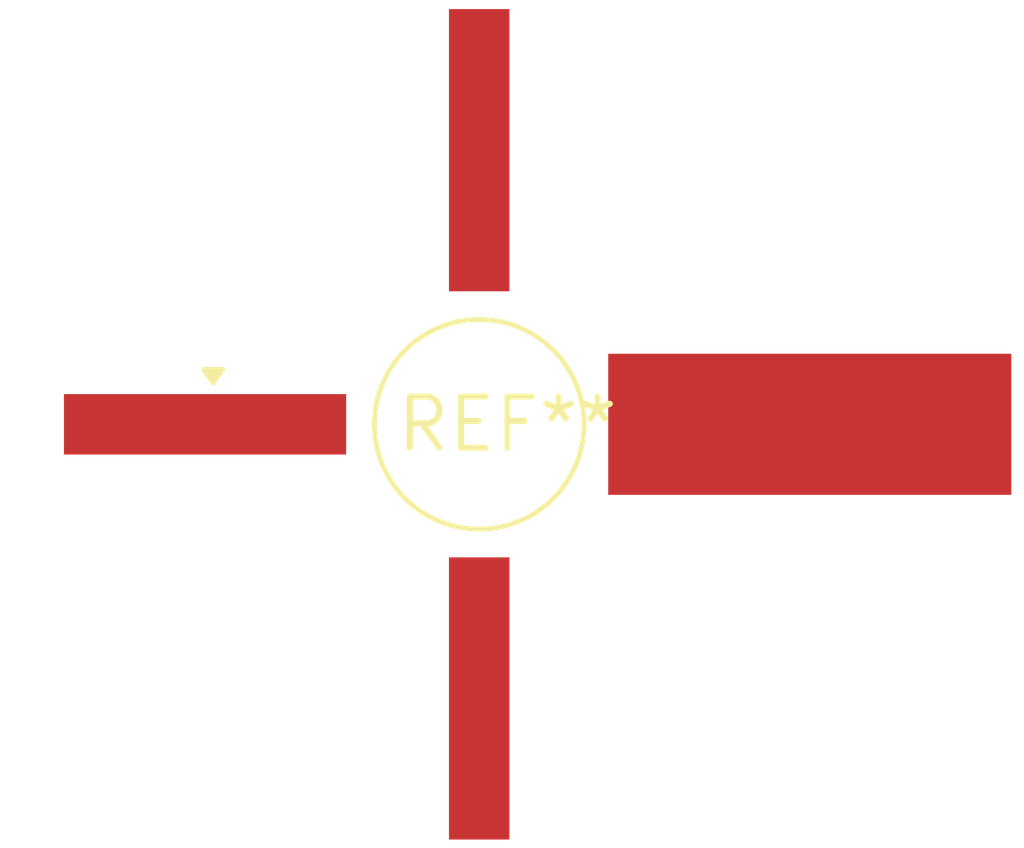
<source format=kicad_pcb>
(kicad_pcb (version 20240108) (generator pcbnew)
  (layers (0 "F.Cu" signal) (31 "B.Cu" signal) (34 "B.Paste" user) (35 "F.Paste" user) (36 "B.SilkS" user "B.Silkscreen") (37 "F.SilkS" user "F.Silkscreen") (38 "B.Mask" user) (39 "F.Mask" user) (44 "Edge.Cuts" user))
  (net 0 "")
  (footprint "PowerMacro_M234_NoHole" (layer "F.Cu") (at 0 0)
    (property "Reference" "REF**")
    (property "Value" "PowerMacro_M234_NoHole")
    (fp_circle (center -0.7 0) (end -0.7 -2.6) (layer "F.SilkS") (stroke (width 0.12)) (fill none))
    (fp_poly (pts (xy -7.3 -1.03) (xy -7.06 -1.36) (xy -7.54 -1.36) (xy -7.3 -1.03)) (layer "F.SilkS") (stroke (width 0.12)) (fill solid))
    (pad "1" smd rect (at -7.5 0 90) (size 1.5 7) (layers "F.Cu" "F.Paste" "F.Mask"))
    (pad "2" smd rect (at -0.7 6.8 90) (size 7 1.5) (layers "F.Cu" "F.Paste" "F.Mask"))
    (pad "3" smd rect (at 7.5 0 90) (size 3.5 10) (layers "F.Cu" "F.Paste" "F.Mask"))
    (pad "4" smd rect (at -0.7 -6.8 90) (size 7 1.5) (layers "F.Cu" "F.Paste" "F.Mask"))
  )
)
</source>
